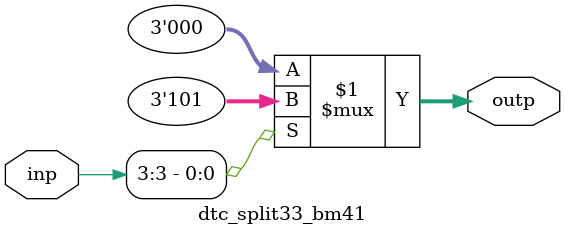
<source format=v>
module dtc_split33_bm41 (
	input  wire [5-1:0] inp,
	output wire [3-1:0] outp
);


	assign outp = (inp[3]) ? 3'b101 : 3'b000;

endmodule
</source>
